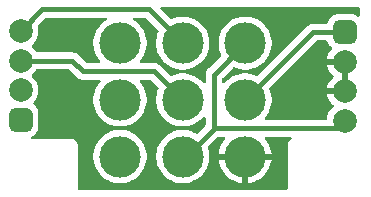
<source format=gbr>
%TF.GenerationSoftware,KiCad,Pcbnew,9.0.2*%
%TF.CreationDate,2025-07-08T13:29:16-05:00*%
%TF.ProjectId,3PDT Footswitch,33504454-2046-46f6-9f74-737769746368,rev?*%
%TF.SameCoordinates,Original*%
%TF.FileFunction,Copper,L1,Top*%
%TF.FilePolarity,Positive*%
%FSLAX46Y46*%
G04 Gerber Fmt 4.6, Leading zero omitted, Abs format (unit mm)*
G04 Created by KiCad (PCBNEW 9.0.2) date 2025-07-08 13:29:16*
%MOMM*%
%LPD*%
G01*
G04 APERTURE LIST*
G04 Aperture macros list*
%AMRoundRect*
0 Rectangle with rounded corners*
0 $1 Rounding radius*
0 $2 $3 $4 $5 $6 $7 $8 $9 X,Y pos of 4 corners*
0 Add a 4 corners polygon primitive as box body*
4,1,4,$2,$3,$4,$5,$6,$7,$8,$9,$2,$3,0*
0 Add four circle primitives for the rounded corners*
1,1,$1+$1,$2,$3*
1,1,$1+$1,$4,$5*
1,1,$1+$1,$6,$7*
1,1,$1+$1,$8,$9*
0 Add four rect primitives between the rounded corners*
20,1,$1+$1,$2,$3,$4,$5,0*
20,1,$1+$1,$4,$5,$6,$7,0*
20,1,$1+$1,$6,$7,$8,$9,0*
20,1,$1+$1,$8,$9,$2,$3,0*%
G04 Aperture macros list end*
%TA.AperFunction,ComponentPad*%
%ADD10RoundRect,0.500000X0.500000X-0.500000X0.500000X0.500000X-0.500000X0.500000X-0.500000X-0.500000X0*%
%TD*%
%TA.AperFunction,ComponentPad*%
%ADD11C,2.000000*%
%TD*%
%TA.AperFunction,ComponentPad*%
%ADD12RoundRect,0.500000X-0.500000X0.500000X-0.500000X-0.500000X0.500000X-0.500000X0.500000X0.500000X0*%
%TD*%
%TA.AperFunction,ComponentPad*%
%ADD13C,3.500000*%
%TD*%
%TA.AperFunction,ViaPad*%
%ADD14C,0.609600*%
%TD*%
%TA.AperFunction,Conductor*%
%ADD15C,0.406400*%
%TD*%
G04 APERTURE END LIST*
D10*
%TO.P,J2,1,1*%
%TO.N,/LED+*%
X11684000Y23722000D03*
D11*
%TO.P,J2,2,2*%
%TO.N,/LED-*%
X11684000Y26222000D03*
%TO.P,J2,3,3*%
%TO.N,/OUT*%
X11684000Y28722000D03*
%TO.P,J2,4,4*%
%TO.N,/RETURN*%
X11684000Y31222000D03*
%TD*%
D12*
%TO.P,J1,1,1*%
%TO.N,/SEND*%
X39116000Y31142000D03*
D11*
%TO.P,J1,2,2*%
%TO.N,GND*%
X39116000Y28642000D03*
%TO.P,J1,3,3*%
X39116000Y26142000D03*
%TO.P,J1,4,4*%
%TO.N,/IN*%
X39116000Y23642000D03*
%TD*%
D13*
%TO.P,SW1,1,1*%
%TO.N,unconnected-(SW1-Pad1)*%
X20100000Y20600000D03*
%TO.P,SW1,2,2*%
%TO.N,/LED+*%
X20100000Y25400000D03*
%TO.P,SW1,3,3*%
%TO.N,/LED-*%
X20100000Y30200000D03*
%TO.P,SW1,4,4*%
%TO.N,/IN*%
X25400000Y20600000D03*
%TO.P,SW1,5,5*%
%TO.N,/OUT*%
X25400000Y25400000D03*
%TO.P,SW1,6,6*%
%TO.N,/RETURN*%
X25400000Y30200000D03*
%TO.P,SW1,7,7*%
%TO.N,GND*%
X30700000Y20600000D03*
%TO.P,SW1,8,8*%
%TO.N,/SEND*%
X30700000Y25400000D03*
%TO.P,SW1,9,9*%
%TO.N,/IN*%
X30700000Y30200000D03*
%TD*%
D14*
%TO.N,GND*%
X28117800Y32410400D03*
X36118800Y25196800D03*
X33959800Y32512000D03*
X22783800Y23215600D03*
X17068800Y22910800D03*
X15341600Y30911800D03*
%TD*%
D15*
%TO.N,/OUT*%
X16055500Y28722000D02*
X11684000Y28722000D01*
X25400000Y25400000D02*
X22987000Y27813000D01*
X22987000Y27813000D02*
X16964500Y27813000D01*
X16964500Y27813000D02*
X16055500Y28722000D01*
%TO.N,/SEND*%
X36425200Y31142000D02*
X39116000Y31142000D01*
X30700000Y25400000D02*
X30700000Y25416800D01*
X30700000Y25416800D02*
X36425200Y31142000D01*
%TO.N,/RETURN*%
X25400000Y30200000D02*
X22530200Y33069800D01*
X13531800Y33069800D02*
X11684000Y31222000D01*
X22530200Y33069800D02*
X13531800Y33069800D01*
%TO.N,/IN*%
X38461000Y22987000D02*
X28067000Y22987000D01*
X39116000Y23642000D02*
X38461000Y22987000D01*
X28067000Y22987000D02*
X28042600Y22962600D01*
X25680000Y20600000D02*
X25400000Y20600000D01*
X30700000Y30200000D02*
X28042600Y27542600D01*
X28042600Y27542600D02*
X28042600Y22962600D01*
X28042600Y22962600D02*
X25680000Y20600000D01*
%TD*%
%TA.AperFunction,Conductor*%
%TO.N,GND*%
G36*
X15779695Y27998615D02*
G01*
X15800336Y27981981D01*
X16417897Y27364420D01*
X16417900Y27364417D01*
X16466908Y27315408D01*
X16515916Y27266400D01*
X16616024Y27199510D01*
X16616025Y27199511D01*
X16616026Y27199510D01*
X16631173Y27189389D01*
X16631174Y27189388D01*
X16631178Y27189386D01*
X16759235Y27136343D01*
X16759243Y27136341D01*
X16895189Y27109299D01*
X16895191Y27109299D01*
X17039922Y27109299D01*
X17039942Y27109300D01*
X18327249Y27109300D01*
X18394288Y27089615D01*
X18440043Y27036811D01*
X18449987Y26967653D01*
X18420962Y26904097D01*
X18414930Y26897619D01*
X18404358Y26887047D01*
X18404352Y26887040D01*
X18224761Y26652993D01*
X18077258Y26397510D01*
X18077254Y26397500D01*
X17964364Y26124961D01*
X17964362Y26124954D01*
X17964361Y26124952D01*
X17888007Y25839993D01*
X17888006Y25839984D01*
X17849500Y25547513D01*
X17849500Y25252486D01*
X17888006Y24960015D01*
X17888008Y24960004D01*
X17964361Y24675048D01*
X17964364Y24675038D01*
X18077254Y24402499D01*
X18077258Y24402489D01*
X18224761Y24147006D01*
X18404352Y23912959D01*
X18404358Y23912952D01*
X18612952Y23704358D01*
X18612959Y23704352D01*
X18847006Y23524761D01*
X19102489Y23377258D01*
X19102499Y23377254D01*
X19375038Y23264364D01*
X19375048Y23264361D01*
X19660007Y23188007D01*
X19660015Y23188006D01*
X19952486Y23149500D01*
X19952494Y23149500D01*
X20247513Y23149500D01*
X20491113Y23181571D01*
X20539993Y23188007D01*
X20824952Y23264361D01*
X20824954Y23264362D01*
X20824961Y23264364D01*
X21097500Y23377254D01*
X21097510Y23377258D01*
X21352993Y23524761D01*
X21587040Y23704352D01*
X21587047Y23704358D01*
X21795641Y23912952D01*
X21795647Y23912959D01*
X21975238Y24147006D01*
X22122741Y24402489D01*
X22122745Y24402499D01*
X22133488Y24428433D01*
X22235639Y24675048D01*
X22311993Y24960007D01*
X22350500Y25252494D01*
X22350500Y25547506D01*
X22311993Y25839993D01*
X22235639Y26124952D01*
X22122743Y26397507D01*
X21975238Y26652994D01*
X21795646Y26887042D01*
X21791571Y26891117D01*
X21785070Y26897619D01*
X21751585Y26958942D01*
X21756569Y27028634D01*
X21798441Y27084567D01*
X21863905Y27108984D01*
X21872751Y27109300D01*
X22644156Y27109300D01*
X22711195Y27089615D01*
X22731837Y27072981D01*
X23327472Y26477344D01*
X23360957Y26416021D01*
X23355973Y26346329D01*
X23354352Y26342210D01*
X23264364Y26124961D01*
X23264362Y26124954D01*
X23264361Y26124952D01*
X23188007Y25839993D01*
X23188006Y25839984D01*
X23149500Y25547513D01*
X23149500Y25252486D01*
X23188006Y24960015D01*
X23188008Y24960004D01*
X23264361Y24675048D01*
X23264364Y24675038D01*
X23377254Y24402499D01*
X23377258Y24402489D01*
X23524761Y24147006D01*
X23704352Y23912959D01*
X23704358Y23912952D01*
X23912952Y23704358D01*
X23912959Y23704352D01*
X24147006Y23524761D01*
X24402489Y23377258D01*
X24402499Y23377254D01*
X24675038Y23264364D01*
X24675048Y23264361D01*
X24960007Y23188007D01*
X24960015Y23188006D01*
X25252486Y23149500D01*
X25252494Y23149500D01*
X25547513Y23149500D01*
X25791113Y23181571D01*
X25839993Y23188007D01*
X26124952Y23264361D01*
X26124954Y23264362D01*
X26124961Y23264364D01*
X26397500Y23377254D01*
X26397510Y23377258D01*
X26652993Y23524761D01*
X26887040Y23704352D01*
X26887047Y23704358D01*
X27095644Y23912955D01*
X27116525Y23940167D01*
X27172954Y23981369D01*
X27242700Y23985523D01*
X27303620Y23951309D01*
X27336372Y23889591D01*
X27338900Y23864679D01*
X27338900Y23305444D01*
X27319215Y23238405D01*
X27302581Y23217763D01*
X26661353Y22576535D01*
X26600030Y22543050D01*
X26530338Y22548034D01*
X26511680Y22556824D01*
X26397507Y22622743D01*
X26124952Y22735639D01*
X25839993Y22811993D01*
X25547506Y22850500D01*
X25252494Y22850500D01*
X24960007Y22811993D01*
X24675048Y22735639D01*
X24402493Y22622743D01*
X24402491Y22622742D01*
X24402489Y22622741D01*
X24147006Y22475238D01*
X23912959Y22295647D01*
X23912952Y22295641D01*
X23704358Y22087047D01*
X23704352Y22087040D01*
X23524761Y21852993D01*
X23377258Y21597510D01*
X23377254Y21597500D01*
X23264364Y21324961D01*
X23264362Y21324954D01*
X23264361Y21324952D01*
X23188007Y21039993D01*
X23187993Y21039884D01*
X23149500Y20747513D01*
X23149500Y20452486D01*
X23186153Y20174085D01*
X23187994Y20160102D01*
X23188006Y20160015D01*
X23188008Y20160004D01*
X23264361Y19875048D01*
X23264364Y19875038D01*
X23377254Y19602499D01*
X23377258Y19602489D01*
X23524761Y19347006D01*
X23704352Y19112959D01*
X23704358Y19112952D01*
X23912952Y18904358D01*
X23912959Y18904352D01*
X24147006Y18724761D01*
X24402489Y18577258D01*
X24402499Y18577254D01*
X24675038Y18464364D01*
X24675048Y18464361D01*
X24960007Y18388007D01*
X24960015Y18388006D01*
X25252486Y18349500D01*
X25252494Y18349500D01*
X25547513Y18349500D01*
X25791113Y18381571D01*
X25839993Y18388007D01*
X26124952Y18464361D01*
X26124954Y18464362D01*
X26124961Y18464364D01*
X26397500Y18577254D01*
X26397510Y18577258D01*
X26652993Y18724761D01*
X26887040Y18904352D01*
X26887047Y18904358D01*
X27095641Y19112952D01*
X27095647Y19112959D01*
X27275238Y19347006D01*
X27422741Y19602489D01*
X27422745Y19602499D01*
X27422832Y19602707D01*
X27535639Y19875048D01*
X27611993Y20160007D01*
X27650500Y20452494D01*
X27650500Y20747506D01*
X27611993Y21039993D01*
X27535639Y21324952D01*
X27527656Y21344222D01*
X27520188Y21413690D01*
X27551462Y21476169D01*
X27554537Y21479355D01*
X28322163Y22246981D01*
X28383486Y22280466D01*
X28409844Y22283300D01*
X28904131Y22283300D01*
X28971170Y22263615D01*
X29016925Y22210811D01*
X29026869Y22141653D01*
X29002507Y22083814D01*
X28825185Y21852723D01*
X28825174Y21852707D01*
X28677709Y21597292D01*
X28677704Y21597281D01*
X28564838Y21324800D01*
X28564835Y21324790D01*
X28488499Y21039897D01*
X28488496Y21039884D01*
X28463498Y20850000D01*
X29575261Y20850000D01*
X29550000Y20690507D01*
X29550000Y20509493D01*
X29575261Y20350000D01*
X28463498Y20350000D01*
X28488496Y20160115D01*
X28488499Y20160102D01*
X28564835Y19875209D01*
X28564838Y19875199D01*
X28677704Y19602718D01*
X28677709Y19602707D01*
X28825174Y19347292D01*
X28825185Y19347276D01*
X29004729Y19113290D01*
X29004735Y19113283D01*
X29213283Y18904735D01*
X29213290Y18904729D01*
X29447276Y18725185D01*
X29447292Y18725174D01*
X29702707Y18577709D01*
X29702718Y18577704D01*
X29975199Y18464838D01*
X29975209Y18464835D01*
X30260102Y18388499D01*
X30260113Y18388497D01*
X30449999Y18363496D01*
X30450000Y18363496D01*
X30450000Y19475261D01*
X30609493Y19450000D01*
X30790507Y19450000D01*
X30950000Y19475261D01*
X30950000Y18363496D01*
X31139886Y18388497D01*
X31139897Y18388499D01*
X31424790Y18464835D01*
X31424800Y18464838D01*
X31697281Y18577704D01*
X31697292Y18577709D01*
X31952707Y18725174D01*
X31952723Y18725185D01*
X32186709Y18904729D01*
X32186716Y18904735D01*
X32395264Y19113283D01*
X32395270Y19113290D01*
X32574814Y19347276D01*
X32574825Y19347292D01*
X32722290Y19602707D01*
X32722295Y19602718D01*
X32835161Y19875199D01*
X32835164Y19875209D01*
X32911500Y20160102D01*
X32911503Y20160115D01*
X32936502Y20350000D01*
X31824739Y20350000D01*
X31850000Y20509493D01*
X31850000Y20690507D01*
X31824739Y20850000D01*
X32936502Y20850000D01*
X32911503Y21039884D01*
X32911500Y21039897D01*
X32835164Y21324790D01*
X32835161Y21324800D01*
X32722295Y21597281D01*
X32722290Y21597292D01*
X32574825Y21852707D01*
X32574814Y21852723D01*
X32397493Y22083814D01*
X32372299Y22148983D01*
X32386337Y22217428D01*
X32435151Y22267417D01*
X32495869Y22283300D01*
X34519055Y22283300D01*
X34586094Y22263615D01*
X34631849Y22210811D01*
X34641793Y22141653D01*
X34612768Y22078097D01*
X34581056Y22051914D01*
X34515519Y22014074D01*
X34485774Y21996901D01*
X34391099Y21902226D01*
X34324153Y21786274D01*
X34291859Y21665747D01*
X34289500Y21656944D01*
X34289500Y17904500D01*
X34269815Y17837461D01*
X34217011Y17791706D01*
X34165500Y17780500D01*
X16634500Y17780500D01*
X16567461Y17800185D01*
X16521706Y17852989D01*
X16510500Y17904500D01*
X16510500Y20747513D01*
X17849500Y20747513D01*
X17849500Y20452486D01*
X17886153Y20174085D01*
X17887994Y20160102D01*
X17888006Y20160015D01*
X17888008Y20160004D01*
X17964361Y19875048D01*
X17964364Y19875038D01*
X18077254Y19602499D01*
X18077258Y19602489D01*
X18224761Y19347006D01*
X18404352Y19112959D01*
X18404358Y19112952D01*
X18612952Y18904358D01*
X18612959Y18904352D01*
X18847006Y18724761D01*
X19102489Y18577258D01*
X19102499Y18577254D01*
X19375038Y18464364D01*
X19375048Y18464361D01*
X19660007Y18388007D01*
X19660015Y18388006D01*
X19952486Y18349500D01*
X19952494Y18349500D01*
X20247513Y18349500D01*
X20491113Y18381571D01*
X20539993Y18388007D01*
X20824952Y18464361D01*
X20824954Y18464362D01*
X20824961Y18464364D01*
X21097500Y18577254D01*
X21097510Y18577258D01*
X21352993Y18724761D01*
X21587040Y18904352D01*
X21587047Y18904358D01*
X21795641Y19112952D01*
X21795647Y19112959D01*
X21975238Y19347006D01*
X22122741Y19602489D01*
X22122745Y19602499D01*
X22122832Y19602707D01*
X22235639Y19875048D01*
X22311993Y20160007D01*
X22350500Y20452494D01*
X22350500Y20747506D01*
X22311993Y21039993D01*
X22235639Y21324952D01*
X22122743Y21597507D01*
X21975238Y21852994D01*
X21795646Y22087042D01*
X21587042Y22295646D01*
X21352994Y22475238D01*
X21097507Y22622743D01*
X20824952Y22735639D01*
X20539993Y22811993D01*
X20247506Y22850500D01*
X19952494Y22850500D01*
X19660007Y22811993D01*
X19375048Y22735639D01*
X19102493Y22622743D01*
X19102491Y22622742D01*
X19102489Y22622741D01*
X18847006Y22475238D01*
X18612959Y22295647D01*
X18612952Y22295641D01*
X18404358Y22087047D01*
X18404352Y22087040D01*
X18224761Y21852993D01*
X18077258Y21597510D01*
X18077254Y21597500D01*
X17964364Y21324961D01*
X17964362Y21324954D01*
X17964361Y21324952D01*
X17888007Y21039993D01*
X17887993Y21039884D01*
X17849500Y20747513D01*
X16510500Y20747513D01*
X16510500Y21656943D01*
X16510500Y21656945D01*
X16475847Y21786274D01*
X16408901Y21902226D01*
X16314226Y21996901D01*
X16198274Y22063847D01*
X16068945Y22098500D01*
X16068943Y22098500D01*
X12699302Y22098500D01*
X12632263Y22118185D01*
X12586508Y22170989D01*
X12576564Y22240147D01*
X12605589Y22303703D01*
X12641889Y22332408D01*
X12737407Y22382302D01*
X12895109Y22510890D01*
X12976963Y22611277D01*
X13023698Y22668593D01*
X13117909Y22848951D01*
X13173886Y23044582D01*
X13184500Y23163963D01*
X13184499Y24280036D01*
X13173886Y24399418D01*
X13117909Y24595049D01*
X13023698Y24775407D01*
X12895109Y24933109D01*
X12862121Y24960007D01*
X12793275Y25016144D01*
X12753757Y25073764D01*
X12751665Y25143603D01*
X12783954Y25199927D01*
X12828514Y25244487D01*
X12828517Y25244490D01*
X12967343Y25435567D01*
X13072526Y25642000D01*
X13074566Y25646003D01*
X13147553Y25870631D01*
X13184500Y26103902D01*
X13184500Y26340097D01*
X13147553Y26573368D01*
X13100623Y26717802D01*
X13074568Y26797992D01*
X12967343Y27008433D01*
X12828517Y27199510D01*
X12661510Y27366517D01*
X12654401Y27371682D01*
X12611735Y27427012D01*
X12605756Y27496625D01*
X12638362Y27558420D01*
X12654401Y27572318D01*
X12661506Y27577480D01*
X12661512Y27577485D01*
X12828514Y27744487D01*
X12828517Y27744490D01*
X12967343Y27935567D01*
X12975000Y27950595D01*
X13022975Y28001391D01*
X13085485Y28018300D01*
X15712656Y28018300D01*
X15779695Y27998615D01*
G37*
%TD.AperFunction*%
%TA.AperFunction,Conductor*%
G36*
X37565886Y30430739D02*
G01*
X37592427Y30426736D01*
X37598904Y30421043D01*
X37607177Y30418615D01*
X37624750Y30398334D01*
X37644914Y30380617D01*
X37650073Y30369109D01*
X37652932Y30365811D01*
X37659354Y30348412D01*
X37682090Y30268953D01*
X37776304Y30088590D01*
X37904890Y29930890D01*
X38007115Y29847538D01*
X38046632Y29789917D01*
X38048724Y29720079D01*
X38016435Y29663755D01*
X37971866Y29619186D01*
X37833085Y29428171D01*
X37725897Y29217802D01*
X37652934Y28993247D01*
X37636898Y28892000D01*
X38682988Y28892000D01*
X38650075Y28834993D01*
X38616000Y28707826D01*
X38616000Y28576174D01*
X38650075Y28449007D01*
X38682988Y28392000D01*
X37636898Y28392000D01*
X37652934Y28290752D01*
X37725897Y28066197D01*
X37833085Y27855828D01*
X37971866Y27664813D01*
X38138816Y27497863D01*
X38146451Y27492317D01*
X38189116Y27436986D01*
X38195094Y27367373D01*
X38162487Y27305578D01*
X38146451Y27291683D01*
X38138816Y27286136D01*
X37971866Y27119186D01*
X37833085Y26928171D01*
X37725897Y26717802D01*
X37652934Y26493247D01*
X37636898Y26392000D01*
X38682988Y26392000D01*
X38650075Y26334993D01*
X38616000Y26207826D01*
X38616000Y26076174D01*
X38650075Y25949007D01*
X38682988Y25892000D01*
X37636898Y25892000D01*
X37652934Y25790752D01*
X37725897Y25566197D01*
X37833085Y25355828D01*
X37971866Y25164813D01*
X38138813Y24997866D01*
X38146025Y24992627D01*
X38188690Y24937297D01*
X38194669Y24867683D01*
X38162063Y24805888D01*
X38146027Y24791993D01*
X38138490Y24786517D01*
X37971483Y24619510D01*
X37846500Y24447486D01*
X37832657Y24428433D01*
X37725433Y24217996D01*
X37652446Y23993368D01*
X37621076Y23795302D01*
X37591147Y23732167D01*
X37531835Y23695236D01*
X37498603Y23690700D01*
X32472751Y23690700D01*
X32405712Y23710385D01*
X32359957Y23763189D01*
X32350013Y23832347D01*
X32379038Y23895903D01*
X32385070Y23902381D01*
X32395641Y23912952D01*
X32395647Y23912959D01*
X32575238Y24147006D01*
X32722741Y24402489D01*
X32722745Y24402499D01*
X32733488Y24428433D01*
X32835639Y24675048D01*
X32911993Y24960007D01*
X32950500Y25252494D01*
X32950500Y25547506D01*
X32911993Y25839993D01*
X32835639Y26124952D01*
X32740725Y26354092D01*
X32733257Y26423559D01*
X32764532Y26486038D01*
X32767606Y26489224D01*
X36680363Y30401981D01*
X36741686Y30435466D01*
X36768044Y30438300D01*
X37540138Y30438300D01*
X37565886Y30430739D01*
G37*
%TD.AperFunction*%
%TA.AperFunction,Conductor*%
G36*
X39366000Y26575012D02*
G01*
X39308993Y26607925D01*
X39181826Y26642000D01*
X39050174Y26642000D01*
X38923007Y26607925D01*
X38866000Y26575012D01*
X38866000Y28208988D01*
X38923007Y28176075D01*
X39050174Y28142000D01*
X39181826Y28142000D01*
X39308993Y28176075D01*
X39366000Y28208988D01*
X39366000Y26575012D01*
G37*
%TD.AperFunction*%
%TA.AperFunction,Conductor*%
G36*
X40328539Y33253815D02*
G01*
X40374294Y33201011D01*
X40385500Y33149500D01*
X40385500Y32566602D01*
X40365815Y32499563D01*
X40313011Y32453808D01*
X40243853Y32443864D01*
X40183138Y32470501D01*
X40169407Y32481698D01*
X39989049Y32575909D01*
X39793418Y32631886D01*
X39674037Y32642500D01*
X38557964Y32642499D01*
X38438582Y32631886D01*
X38242951Y32575909D01*
X38062593Y32481698D01*
X38016193Y32443864D01*
X37904890Y32353109D01*
X37827101Y32257707D01*
X37776302Y32195407D01*
X37682091Y32015049D01*
X37682090Y32015046D01*
X37659354Y31935588D01*
X37621986Y31876550D01*
X37558632Y31847087D01*
X37540138Y31845700D01*
X36355889Y31845700D01*
X36289827Y31832559D01*
X36223764Y31819418D01*
X36223762Y31819418D01*
X36219947Y31818659D01*
X36219945Y31818658D01*
X36219938Y31818657D01*
X36091873Y31765611D01*
X35977130Y31688943D01*
X35976614Y31688598D01*
X35875503Y31587487D01*
X35875474Y31587456D01*
X31765465Y27477447D01*
X31704142Y27443962D01*
X31634450Y27448946D01*
X31630389Y27450543D01*
X31424952Y27535639D01*
X31139993Y27611993D01*
X30847506Y27650500D01*
X30552494Y27650500D01*
X30260007Y27611993D01*
X29975048Y27535639D01*
X29702493Y27422743D01*
X29702490Y27422741D01*
X29702489Y27422741D01*
X29447006Y27275238D01*
X29212959Y27095647D01*
X29212952Y27095641D01*
X29004358Y26887047D01*
X29004352Y26887040D01*
X28968676Y26840546D01*
X28912248Y26799343D01*
X28842502Y26795188D01*
X28781582Y26829400D01*
X28748829Y26891117D01*
X28746300Y26916032D01*
X28746300Y27199756D01*
X28765985Y27266795D01*
X28782619Y27287437D01*
X29622654Y28127472D01*
X29683977Y28160957D01*
X29753669Y28155973D01*
X29757787Y28154352D01*
X29975032Y28064366D01*
X29975048Y28064361D01*
X30260007Y27988007D01*
X30260015Y27988006D01*
X30552486Y27949500D01*
X30552494Y27949500D01*
X30847513Y27949500D01*
X31094221Y27981981D01*
X31139993Y27988007D01*
X31424952Y28064361D01*
X31424954Y28064362D01*
X31424961Y28064364D01*
X31697500Y28177254D01*
X31697510Y28177258D01*
X31952993Y28324761D01*
X32187040Y28504352D01*
X32187047Y28504358D01*
X32395641Y28712952D01*
X32395647Y28712959D01*
X32575238Y28947006D01*
X32722741Y29202489D01*
X32722745Y29202499D01*
X32745647Y29257787D01*
X32823352Y29445385D01*
X32835635Y29475038D01*
X32835635Y29475039D01*
X32835639Y29475048D01*
X32911993Y29760007D01*
X32950500Y30052494D01*
X32950500Y30347506D01*
X32911993Y30639993D01*
X32835639Y30924952D01*
X32722743Y31197507D01*
X32575238Y31452994D01*
X32395646Y31687042D01*
X32187042Y31895646D01*
X31952994Y32075238D01*
X31697507Y32222743D01*
X31424952Y32335639D01*
X31139993Y32411993D01*
X30847506Y32450500D01*
X30552494Y32450500D01*
X30260007Y32411993D01*
X29975048Y32335639D01*
X29975039Y32335635D01*
X29975038Y32335635D01*
X29934277Y32318751D01*
X29702493Y32222743D01*
X29702490Y32222741D01*
X29702489Y32222741D01*
X29447006Y32075238D01*
X29212959Y31895647D01*
X29212952Y31895641D01*
X29004358Y31687047D01*
X29004352Y31687040D01*
X28824761Y31452993D01*
X28677258Y31197510D01*
X28677254Y31197500D01*
X28564364Y30924961D01*
X28564362Y30924954D01*
X28564361Y30924952D01*
X28488007Y30639993D01*
X28488006Y30639984D01*
X28449500Y30347513D01*
X28449500Y30052486D01*
X28473985Y29866514D01*
X28488007Y29760007D01*
X28516917Y29652114D01*
X28564361Y29475048D01*
X28564366Y29475032D01*
X28654352Y29257787D01*
X28661821Y29188318D01*
X28630546Y29125839D01*
X28627472Y29122654D01*
X27594020Y28089202D01*
X27594017Y28089200D01*
X27496000Y27991183D01*
X27468149Y27949500D01*
X27463296Y27942237D01*
X27463294Y27942235D01*
X27418992Y27875932D01*
X27418985Y27875920D01*
X27365943Y27747864D01*
X27365941Y27747856D01*
X27338899Y27611910D01*
X27338899Y27468182D01*
X27338900Y27468156D01*
X27338900Y26935320D01*
X27319215Y26868281D01*
X27266411Y26822526D01*
X27197253Y26812582D01*
X27133697Y26841607D01*
X27116524Y26859834D01*
X27106525Y26872863D01*
X27095646Y26887042D01*
X26887042Y27095646D01*
X26652994Y27275238D01*
X26397507Y27422743D01*
X26124952Y27535639D01*
X25839993Y27611993D01*
X25547506Y27650500D01*
X25252494Y27650500D01*
X24960007Y27611993D01*
X24675048Y27535639D01*
X24675039Y27535635D01*
X24675038Y27535635D01*
X24457787Y27445647D01*
X24388317Y27438178D01*
X24325838Y27469453D01*
X24322681Y27472499D01*
X23540670Y28254511D01*
X23540667Y28254515D01*
X23533601Y28261581D01*
X23533600Y28261583D01*
X23435583Y28359600D01*
X23320327Y28436611D01*
X23320324Y28436612D01*
X23320323Y28436613D01*
X23192264Y28489656D01*
X23192262Y28489657D01*
X23147768Y28498507D01*
X23056310Y28516701D01*
X23056308Y28516701D01*
X22917692Y28516701D01*
X22911578Y28516701D01*
X22911558Y28516700D01*
X21896499Y28516700D01*
X21829460Y28536385D01*
X21783705Y28589189D01*
X21773761Y28658347D01*
X21798122Y28716184D01*
X21975238Y28947006D01*
X21975241Y28947010D01*
X22122741Y29202489D01*
X22122745Y29202499D01*
X22145647Y29257787D01*
X22223352Y29445385D01*
X22235635Y29475038D01*
X22235635Y29475039D01*
X22235639Y29475048D01*
X22311993Y29760007D01*
X22350500Y30052494D01*
X22350500Y30347506D01*
X22311993Y30639993D01*
X22235639Y30924952D01*
X22122743Y31197507D01*
X21975238Y31452994D01*
X21795646Y31687042D01*
X21587042Y31895646D01*
X21352994Y32075238D01*
X21249980Y32134713D01*
X21201765Y32185279D01*
X21188541Y32253886D01*
X21214509Y32318751D01*
X21271423Y32359280D01*
X21311980Y32366100D01*
X22187356Y32366100D01*
X22254395Y32346415D01*
X22275037Y32329781D01*
X23327472Y31277344D01*
X23360957Y31216021D01*
X23355973Y31146329D01*
X23354352Y31142210D01*
X23264364Y30924961D01*
X23264362Y30924954D01*
X23264361Y30924952D01*
X23188007Y30639993D01*
X23188006Y30639984D01*
X23149500Y30347513D01*
X23149500Y30052486D01*
X23173985Y29866514D01*
X23188007Y29760007D01*
X23216917Y29652114D01*
X23264361Y29475048D01*
X23264364Y29475038D01*
X23377254Y29202499D01*
X23377258Y29202489D01*
X23524761Y28947006D01*
X23704352Y28712959D01*
X23704358Y28712952D01*
X23912952Y28504358D01*
X23912959Y28504352D01*
X24147006Y28324761D01*
X24402489Y28177258D01*
X24402499Y28177254D01*
X24675038Y28064364D01*
X24675048Y28064361D01*
X24960007Y27988007D01*
X24960015Y27988006D01*
X25252486Y27949500D01*
X25252494Y27949500D01*
X25547513Y27949500D01*
X25794221Y27981981D01*
X25839993Y27988007D01*
X26124952Y28064361D01*
X26124954Y28064362D01*
X26124961Y28064364D01*
X26397500Y28177254D01*
X26397510Y28177258D01*
X26652993Y28324761D01*
X26887040Y28504352D01*
X26887047Y28504358D01*
X27095641Y28712952D01*
X27095647Y28712959D01*
X27275238Y28947006D01*
X27422741Y29202489D01*
X27422745Y29202499D01*
X27445647Y29257787D01*
X27523352Y29445385D01*
X27535635Y29475038D01*
X27535635Y29475039D01*
X27535639Y29475048D01*
X27611993Y29760007D01*
X27650500Y30052494D01*
X27650500Y30347506D01*
X27611993Y30639993D01*
X27535639Y30924952D01*
X27422743Y31197507D01*
X27275238Y31452994D01*
X27095646Y31687042D01*
X26887042Y31895646D01*
X26652994Y32075238D01*
X26397507Y32222743D01*
X26124952Y32335639D01*
X25839993Y32411993D01*
X25547506Y32450500D01*
X25252494Y32450500D01*
X24960007Y32411993D01*
X24675048Y32335639D01*
X24675039Y32335635D01*
X24675038Y32335635D01*
X24457787Y32245647D01*
X24388317Y32238178D01*
X24325838Y32269453D01*
X24322683Y32272497D01*
X23533363Y33061819D01*
X23499878Y33123142D01*
X23504862Y33192834D01*
X23546734Y33248767D01*
X23612198Y33273184D01*
X23621044Y33273500D01*
X40261500Y33273500D01*
X40328539Y33253815D01*
G37*
%TD.AperFunction*%
%TA.AperFunction,Conductor*%
G36*
X18955059Y32346415D02*
G01*
X19000814Y32293611D01*
X19010758Y32224453D01*
X18981733Y32160897D01*
X18950020Y32134713D01*
X18847006Y32075238D01*
X18612959Y31895647D01*
X18612952Y31895641D01*
X18404358Y31687047D01*
X18404352Y31687040D01*
X18224761Y31452993D01*
X18077258Y31197510D01*
X18077254Y31197500D01*
X17964364Y30924961D01*
X17964362Y30924954D01*
X17964361Y30924952D01*
X17888007Y30639993D01*
X17888006Y30639984D01*
X17849500Y30347513D01*
X17849500Y30052486D01*
X17873985Y29866514D01*
X17888007Y29760007D01*
X17916917Y29652114D01*
X17964361Y29475048D01*
X17964364Y29475038D01*
X18077254Y29202499D01*
X18077258Y29202489D01*
X18224758Y28947010D01*
X18310713Y28834993D01*
X18401877Y28716185D01*
X18427071Y28651017D01*
X18413033Y28582573D01*
X18364219Y28532583D01*
X18303501Y28516700D01*
X17307344Y28516700D01*
X17240305Y28536385D01*
X17219663Y28553019D01*
X17114335Y28658347D01*
X16609169Y29163511D01*
X16609167Y29163515D01*
X16602101Y29170581D01*
X16602100Y29170583D01*
X16504083Y29268600D01*
X16388827Y29345611D01*
X16388824Y29345612D01*
X16388823Y29345613D01*
X16260764Y29398656D01*
X16260762Y29398657D01*
X16216268Y29407507D01*
X16124810Y29425701D01*
X16124808Y29425701D01*
X15986192Y29425701D01*
X15980078Y29425701D01*
X15980058Y29425700D01*
X13085485Y29425700D01*
X13018446Y29445385D01*
X12975000Y29493405D01*
X12967343Y29508433D01*
X12828517Y29699510D01*
X12661510Y29866517D01*
X12654401Y29871682D01*
X12611735Y29927012D01*
X12605756Y29996625D01*
X12638362Y30058420D01*
X12654401Y30072318D01*
X12661506Y30077480D01*
X12661512Y30077485D01*
X12828514Y30244487D01*
X12828517Y30244490D01*
X12967343Y30435567D01*
X13071499Y30639984D01*
X13074566Y30646003D01*
X13147553Y30870631D01*
X13184500Y31103902D01*
X13184500Y31340097D01*
X13163973Y31469689D01*
X13147553Y31573368D01*
X13142340Y31589408D01*
X13140344Y31659247D01*
X13172590Y31715408D01*
X13786963Y32329781D01*
X13848286Y32363266D01*
X13874644Y32366100D01*
X18888020Y32366100D01*
X18955059Y32346415D01*
G37*
%TD.AperFunction*%
%TD*%
M02*

</source>
